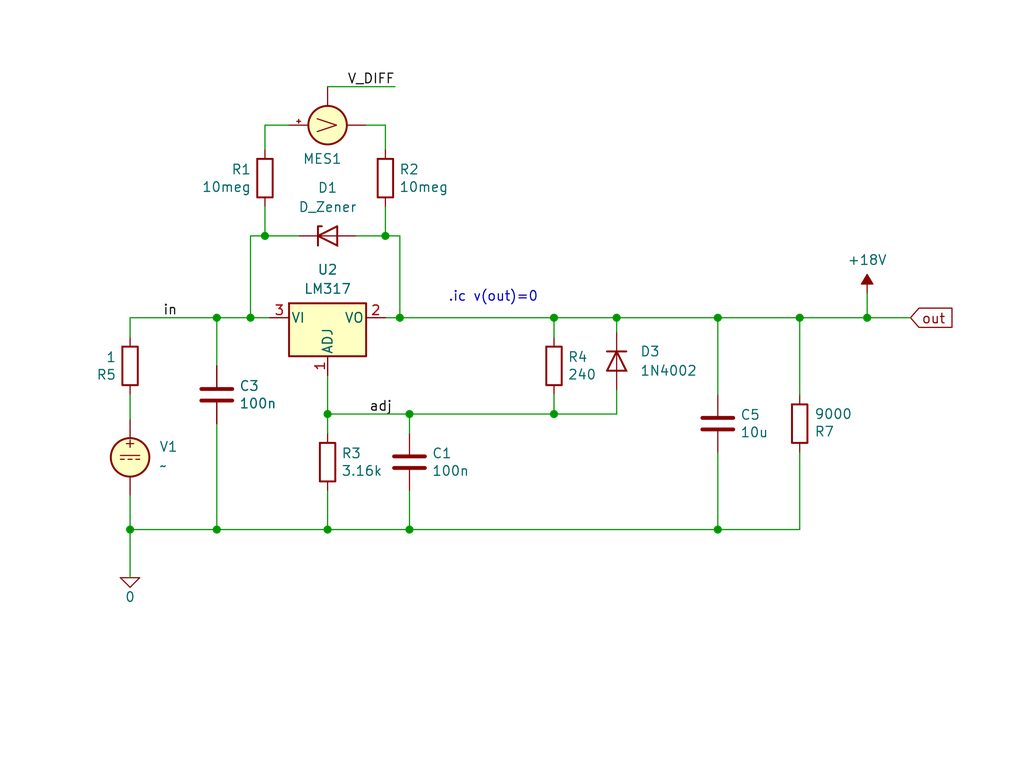
<source format=kicad_sch>
(kicad_sch
	(version 20231120)
	(generator "eeschema")
	(generator_version "8.0")
	(uuid "9d837fe4-82c0-4abe-b33c-d606d00fc729")
	(paper "User" 135 100)
	(title_block
		(title "MEIT - Probe pwr simulation")
		(date "2024-02-19")
		(rev "0.1.0")
		(company "Roman Vaněk")
		(comment 1 "Shematic diagram KiCad 8.0.1")
		(comment 2 "Roman Vaněk")
	)
	(lib_symbols
		(symbol "Device:C"
			(pin_numbers hide)
			(pin_names
				(offset 0.254)
			)
			(exclude_from_sim no)
			(in_bom yes)
			(on_board yes)
			(property "Reference" "C"
				(at 0.635 2.54 0)
				(effects
					(font
						(size 1.27 1.27)
					)
					(justify left)
				)
			)
			(property "Value" "C"
				(at 0.635 -2.54 0)
				(effects
					(font
						(size 1.27 1.27)
					)
					(justify left)
				)
			)
			(property "Footprint" ""
				(at 0.9652 -3.81 0)
				(effects
					(font
						(size 1.27 1.27)
					)
					(hide yes)
				)
			)
			(property "Datasheet" "~"
				(at 0 0 0)
				(effects
					(font
						(size 1.27 1.27)
					)
					(hide yes)
				)
			)
			(property "Description" "Unpolarized capacitor"
				(at 0 0 0)
				(effects
					(font
						(size 1.27 1.27)
					)
					(hide yes)
				)
			)
			(property "ki_keywords" "cap capacitor"
				(at 0 0 0)
				(effects
					(font
						(size 1.27 1.27)
					)
					(hide yes)
				)
			)
			(property "ki_fp_filters" "C_*"
				(at 0 0 0)
				(effects
					(font
						(size 1.27 1.27)
					)
					(hide yes)
				)
			)
			(symbol "C_0_1"
				(polyline
					(pts
						(xy -2.032 -0.762) (xy 2.032 -0.762)
					)
					(stroke
						(width 0.508)
						(type default)
					)
					(fill
						(type none)
					)
				)
				(polyline
					(pts
						(xy -2.032 0.762) (xy 2.032 0.762)
					)
					(stroke
						(width 0.508)
						(type default)
					)
					(fill
						(type none)
					)
				)
			)
			(symbol "C_1_1"
				(pin passive line
					(at 0 3.81 270)
					(length 2.794)
					(name "~"
						(effects
							(font
								(size 1.27 1.27)
							)
						)
					)
					(number "1"
						(effects
							(font
								(size 1.27 1.27)
							)
						)
					)
				)
				(pin passive line
					(at 0 -3.81 90)
					(length 2.794)
					(name "~"
						(effects
							(font
								(size 1.27 1.27)
							)
						)
					)
					(number "2"
						(effects
							(font
								(size 1.27 1.27)
							)
						)
					)
				)
			)
		)
		(symbol "Device:D_Zener"
			(pin_numbers hide)
			(pin_names
				(offset 1.016) hide)
			(exclude_from_sim no)
			(in_bom yes)
			(on_board yes)
			(property "Reference" "D"
				(at 0 2.54 0)
				(effects
					(font
						(size 1.27 1.27)
					)
				)
			)
			(property "Value" "D_Zener"
				(at 0 -2.54 0)
				(effects
					(font
						(size 1.27 1.27)
					)
				)
			)
			(property "Footprint" ""
				(at 0 0 0)
				(effects
					(font
						(size 1.27 1.27)
					)
					(hide yes)
				)
			)
			(property "Datasheet" "~"
				(at 0 0 0)
				(effects
					(font
						(size 1.27 1.27)
					)
					(hide yes)
				)
			)
			(property "Description" "Zener diode"
				(at 0 0 0)
				(effects
					(font
						(size 1.27 1.27)
					)
					(hide yes)
				)
			)
			(property "ki_keywords" "diode"
				(at 0 0 0)
				(effects
					(font
						(size 1.27 1.27)
					)
					(hide yes)
				)
			)
			(property "ki_fp_filters" "TO-???* *_Diode_* *SingleDiode* D_*"
				(at 0 0 0)
				(effects
					(font
						(size 1.27 1.27)
					)
					(hide yes)
				)
			)
			(symbol "D_Zener_0_1"
				(polyline
					(pts
						(xy 1.27 0) (xy -1.27 0)
					)
					(stroke
						(width 0)
						(type default)
					)
					(fill
						(type none)
					)
				)
				(polyline
					(pts
						(xy -1.27 -1.27) (xy -1.27 1.27) (xy -0.762 1.27)
					)
					(stroke
						(width 0.254)
						(type default)
					)
					(fill
						(type none)
					)
				)
				(polyline
					(pts
						(xy 1.27 -1.27) (xy 1.27 1.27) (xy -1.27 0) (xy 1.27 -1.27)
					)
					(stroke
						(width 0.254)
						(type default)
					)
					(fill
						(type none)
					)
				)
			)
			(symbol "D_Zener_1_1"
				(pin passive line
					(at -3.81 0 0)
					(length 2.54)
					(name "K"
						(effects
							(font
								(size 1.27 1.27)
							)
						)
					)
					(number "1"
						(effects
							(font
								(size 1.27 1.27)
							)
						)
					)
				)
				(pin passive line
					(at 3.81 0 180)
					(length 2.54)
					(name "A"
						(effects
							(font
								(size 1.27 1.27)
							)
						)
					)
					(number "2"
						(effects
							(font
								(size 1.27 1.27)
							)
						)
					)
				)
			)
		)
		(symbol "Device:R"
			(pin_numbers hide)
			(pin_names
				(offset 0)
			)
			(exclude_from_sim no)
			(in_bom yes)
			(on_board yes)
			(property "Reference" "R"
				(at 2.032 0 90)
				(effects
					(font
						(size 1.27 1.27)
					)
				)
			)
			(property "Value" "R"
				(at 0 0 90)
				(effects
					(font
						(size 1.27 1.27)
					)
				)
			)
			(property "Footprint" ""
				(at -1.778 0 90)
				(effects
					(font
						(size 1.27 1.27)
					)
					(hide yes)
				)
			)
			(property "Datasheet" "~"
				(at 0 0 0)
				(effects
					(font
						(size 1.27 1.27)
					)
					(hide yes)
				)
			)
			(property "Description" "Resistor"
				(at 0 0 0)
				(effects
					(font
						(size 1.27 1.27)
					)
					(hide yes)
				)
			)
			(property "ki_keywords" "R res resistor"
				(at 0 0 0)
				(effects
					(font
						(size 1.27 1.27)
					)
					(hide yes)
				)
			)
			(property "ki_fp_filters" "R_*"
				(at 0 0 0)
				(effects
					(font
						(size 1.27 1.27)
					)
					(hide yes)
				)
			)
			(symbol "R_0_1"
				(rectangle
					(start -1.016 -2.54)
					(end 1.016 2.54)
					(stroke
						(width 0.254)
						(type default)
					)
					(fill
						(type none)
					)
				)
			)
			(symbol "R_1_1"
				(pin passive line
					(at 0 3.81 270)
					(length 1.27)
					(name "~"
						(effects
							(font
								(size 1.27 1.27)
							)
						)
					)
					(number "1"
						(effects
							(font
								(size 1.27 1.27)
							)
						)
					)
				)
				(pin passive line
					(at 0 -3.81 90)
					(length 1.27)
					(name "~"
						(effects
							(font
								(size 1.27 1.27)
							)
						)
					)
					(number "2"
						(effects
							(font
								(size 1.27 1.27)
							)
						)
					)
				)
			)
		)
		(symbol "Diode:1N4001"
			(pin_numbers hide)
			(pin_names
				(offset 1.016) hide)
			(exclude_from_sim no)
			(in_bom yes)
			(on_board yes)
			(property "Reference" "D"
				(at 0 2.54 0)
				(effects
					(font
						(size 1.27 1.27)
					)
				)
			)
			(property "Value" "1N4001"
				(at 0 -2.54 0)
				(effects
					(font
						(size 1.27 1.27)
					)
				)
			)
			(property "Footprint" "Diode_THT:D_DO-41_SOD81_P10.16mm_Horizontal"
				(at 0 -4.445 0)
				(effects
					(font
						(size 1.27 1.27)
					)
					(hide yes)
				)
			)
			(property "Datasheet" "http://www.vishay.com/docs/88503/1n4001.pdf"
				(at 0 0 0)
				(effects
					(font
						(size 1.27 1.27)
					)
					(hide yes)
				)
			)
			(property "Description" "50V 1A General Purpose Rectifier Diode, DO-41"
				(at 0 0 0)
				(effects
					(font
						(size 1.27 1.27)
					)
					(hide yes)
				)
			)
			(property "ki_keywords" "diode"
				(at 0 0 0)
				(effects
					(font
						(size 1.27 1.27)
					)
					(hide yes)
				)
			)
			(property "ki_fp_filters" "D*DO?41*"
				(at 0 0 0)
				(effects
					(font
						(size 1.27 1.27)
					)
					(hide yes)
				)
			)
			(symbol "1N4001_0_1"
				(polyline
					(pts
						(xy -1.27 1.27) (xy -1.27 -1.27)
					)
					(stroke
						(width 0.254)
						(type default)
					)
					(fill
						(type none)
					)
				)
				(polyline
					(pts
						(xy 1.27 0) (xy -1.27 0)
					)
					(stroke
						(width 0)
						(type default)
					)
					(fill
						(type none)
					)
				)
				(polyline
					(pts
						(xy 1.27 1.27) (xy 1.27 -1.27) (xy -1.27 0) (xy 1.27 1.27)
					)
					(stroke
						(width 0.254)
						(type default)
					)
					(fill
						(type none)
					)
				)
			)
			(symbol "1N4001_1_1"
				(pin passive line
					(at -3.81 0 0)
					(length 2.54)
					(name "K"
						(effects
							(font
								(size 1.27 1.27)
							)
						)
					)
					(number "1"
						(effects
							(font
								(size 1.27 1.27)
							)
						)
					)
				)
				(pin passive line
					(at 3.81 0 180)
					(length 2.54)
					(name "A"
						(effects
							(font
								(size 1.27 1.27)
							)
						)
					)
					(number "2"
						(effects
							(font
								(size 1.27 1.27)
							)
						)
					)
				)
			)
		)
		(symbol "Regulator_Linear:LM317_TO-220"
			(pin_names
				(offset 0.254)
			)
			(exclude_from_sim no)
			(in_bom yes)
			(on_board yes)
			(property "Reference" "U"
				(at -3.81 3.175 0)
				(effects
					(font
						(size 1.27 1.27)
					)
				)
			)
			(property "Value" "LM317_TO-220"
				(at 0 3.175 0)
				(effects
					(font
						(size 1.27 1.27)
					)
					(justify left)
				)
			)
			(property "Footprint" "Package_TO_SOT_THT:TO-220-3_Vertical"
				(at 0 6.35 0)
				(effects
					(font
						(size 1.27 1.27)
						(italic yes)
					)
					(hide yes)
				)
			)
			(property "Datasheet" "http://www.ti.com/lit/ds/symlink/lm317.pdf"
				(at 0 0 0)
				(effects
					(font
						(size 1.27 1.27)
					)
					(hide yes)
				)
			)
			(property "Description" "1.5A 35V Adjustable Linear Regulator, TO-220"
				(at 0 0 0)
				(effects
					(font
						(size 1.27 1.27)
					)
					(hide yes)
				)
			)
			(property "ki_keywords" "Adjustable Voltage Regulator 1A Positive"
				(at 0 0 0)
				(effects
					(font
						(size 1.27 1.27)
					)
					(hide yes)
				)
			)
			(property "ki_fp_filters" "TO?220*"
				(at 0 0 0)
				(effects
					(font
						(size 1.27 1.27)
					)
					(hide yes)
				)
			)
			(symbol "LM317_TO-220_0_1"
				(rectangle
					(start -5.08 1.905)
					(end 5.08 -5.08)
					(stroke
						(width 0.254)
						(type default)
					)
					(fill
						(type background)
					)
				)
			)
			(symbol "LM317_TO-220_1_1"
				(pin input line
					(at 0 -7.62 90)
					(length 2.54)
					(name "ADJ"
						(effects
							(font
								(size 1.27 1.27)
							)
						)
					)
					(number "1"
						(effects
							(font
								(size 1.27 1.27)
							)
						)
					)
				)
				(pin power_out line
					(at 7.62 0 180)
					(length 2.54)
					(name "VO"
						(effects
							(font
								(size 1.27 1.27)
							)
						)
					)
					(number "2"
						(effects
							(font
								(size 1.27 1.27)
							)
						)
					)
				)
				(pin power_in line
					(at -7.62 0 0)
					(length 2.54)
					(name "VI"
						(effects
							(font
								(size 1.27 1.27)
							)
						)
					)
					(number "3"
						(effects
							(font
								(size 1.27 1.27)
							)
						)
					)
				)
			)
		)
		(symbol "Simulation_SPICE:0"
			(power)
			(pin_names
				(offset 0)
			)
			(exclude_from_sim no)
			(in_bom yes)
			(on_board yes)
			(property "Reference" "#GND"
				(at 0 -2.54 0)
				(effects
					(font
						(size 1.27 1.27)
					)
					(hide yes)
				)
			)
			(property "Value" "0"
				(at 0 -1.778 0)
				(effects
					(font
						(size 1.27 1.27)
					)
				)
			)
			(property "Footprint" ""
				(at 0 0 0)
				(effects
					(font
						(size 1.27 1.27)
					)
					(hide yes)
				)
			)
			(property "Datasheet" "~"
				(at 0 0 0)
				(effects
					(font
						(size 1.27 1.27)
					)
					(hide yes)
				)
			)
			(property "Description" "0V reference potential for simulation"
				(at 0 0 0)
				(effects
					(font
						(size 1.27 1.27)
					)
					(hide yes)
				)
			)
			(property "ki_keywords" "simulation"
				(at 0 0 0)
				(effects
					(font
						(size 1.27 1.27)
					)
					(hide yes)
				)
			)
			(symbol "0_0_1"
				(polyline
					(pts
						(xy -1.27 0) (xy 0 -1.27) (xy 1.27 0) (xy -1.27 0)
					)
					(stroke
						(width 0)
						(type default)
					)
					(fill
						(type none)
					)
				)
			)
			(symbol "0_1_1"
				(pin power_in line
					(at 0 0 0)
					(length 0) hide
					(name "0"
						(effects
							(font
								(size 1.016 1.016)
							)
						)
					)
					(number "1"
						(effects
							(font
								(size 1.016 1.016)
							)
						)
					)
				)
			)
		)
		(symbol "Simulation_SPICE:VDC"
			(pin_numbers hide)
			(pin_names
				(offset 0.0254)
			)
			(exclude_from_sim no)
			(in_bom yes)
			(on_board yes)
			(property "Reference" "V"
				(at 2.54 2.54 0)
				(effects
					(font
						(size 1.27 1.27)
					)
					(justify left)
				)
			)
			(property "Value" "1"
				(at 2.54 0 0)
				(effects
					(font
						(size 1.27 1.27)
					)
					(justify left)
				)
			)
			(property "Footprint" ""
				(at 0 0 0)
				(effects
					(font
						(size 1.27 1.27)
					)
					(hide yes)
				)
			)
			(property "Datasheet" "~"
				(at 0 0 0)
				(effects
					(font
						(size 1.27 1.27)
					)
					(hide yes)
				)
			)
			(property "Description" "Voltage source, DC"
				(at 0 0 0)
				(effects
					(font
						(size 1.27 1.27)
					)
					(hide yes)
				)
			)
			(property "Sim.Pins" "1=+ 2=-"
				(at 0 0 0)
				(effects
					(font
						(size 1.27 1.27)
					)
					(hide yes)
				)
			)
			(property "Sim.Type" "DC"
				(at 0 0 0)
				(effects
					(font
						(size 1.27 1.27)
					)
					(hide yes)
				)
			)
			(property "Sim.Device" "V"
				(at 0 0 0)
				(effects
					(font
						(size 1.27 1.27)
					)
					(justify left)
					(hide yes)
				)
			)
			(property "ki_keywords" "simulation"
				(at 0 0 0)
				(effects
					(font
						(size 1.27 1.27)
					)
					(hide yes)
				)
			)
			(symbol "VDC_0_0"
				(polyline
					(pts
						(xy -1.27 0.254) (xy 1.27 0.254)
					)
					(stroke
						(width 0)
						(type default)
					)
					(fill
						(type none)
					)
				)
				(polyline
					(pts
						(xy -0.762 -0.254) (xy -1.27 -0.254)
					)
					(stroke
						(width 0)
						(type default)
					)
					(fill
						(type none)
					)
				)
				(polyline
					(pts
						(xy 0.254 -0.254) (xy -0.254 -0.254)
					)
					(stroke
						(width 0)
						(type default)
					)
					(fill
						(type none)
					)
				)
				(polyline
					(pts
						(xy 1.27 -0.254) (xy 0.762 -0.254)
					)
					(stroke
						(width 0)
						(type default)
					)
					(fill
						(type none)
					)
				)
				(text "+"
					(at 0 1.905 0)
					(effects
						(font
							(size 1.27 1.27)
						)
					)
				)
			)
			(symbol "VDC_0_1"
				(circle
					(center 0 0)
					(radius 2.54)
					(stroke
						(width 0.254)
						(type default)
					)
					(fill
						(type background)
					)
				)
			)
			(symbol "VDC_1_1"
				(pin passive line
					(at 0 5.08 270)
					(length 2.54)
					(name "~"
						(effects
							(font
								(size 1.27 1.27)
							)
						)
					)
					(number "1"
						(effects
							(font
								(size 1.27 1.27)
							)
						)
					)
				)
				(pin passive line
					(at 0 -5.08 90)
					(length 2.54)
					(name "~"
						(effects
							(font
								(size 1.27 1.27)
							)
						)
					)
					(number "2"
						(effects
							(font
								(size 1.27 1.27)
							)
						)
					)
				)
			)
		)
		(symbol "Simulation_SPICE:VOLTMETER_DIFF"
			(pin_numbers hide)
			(pin_names
				(offset 0.0254) hide)
			(exclude_from_sim no)
			(in_bom no)
			(on_board no)
			(property "Reference" "MES?"
				(at -10.16 0 0)
				(effects
					(font
						(size 1.27 1.27)
					)
					(justify left)
				)
			)
			(property "Value" "VOLTMETER_DIFF"
				(at -19.05 -2.54 0)
				(effects
					(font
						(size 1.27 1.27)
					)
					(justify left)
					(hide yes)
				)
			)
			(property "Footprint" ""
				(at 0 2.54 90)
				(effects
					(font
						(size 1.27 1.27)
					)
					(hide yes)
				)
			)
			(property "Datasheet" "https://ngspice.sourceforge.io/docs/ngspice-manual.pdf"
				(at 0 2.54 90)
				(effects
					(font
						(size 1.27 1.27)
					)
					(hide yes)
				)
			)
			(property "Description" "Differential voltmeter for simulation. The sensed differential voltage can be measured on the third terminal as a single-ended voltage"
				(at 0 0 0)
				(effects
					(font
						(size 1.27 1.27)
					)
					(hide yes)
				)
			)
			(property "Sim.Name" "kicad_builtin_vdiff"
				(at 0 0 0)
				(effects
					(font
						(size 1.27 1.27)
					)
					(hide yes)
				)
			)
			(property "Sim.Device" "SUBCKT"
				(at 0 0 0)
				(effects
					(font
						(size 1.27 1.27)
					)
					(hide yes)
				)
			)
			(property "Sim.Pins" "1=1 2=2 3=3"
				(at 0 0 0)
				(effects
					(font
						(size 1.27 1.27)
					)
					(hide yes)
				)
			)
			(property "Sim.Params" ""
				(at 0 0 0)
				(effects
					(font
						(size 1.27 1.27)
					)
					(hide yes)
				)
			)
			(property "Sim.Library" "${KICAD7_SYMBOL_DIR}/Simulation_SPICE.sp"
				(at 0 0 0)
				(effects
					(font
						(size 1.27 1.27)
					)
					(hide yes)
				)
			)
			(property "ki_keywords" "voltmeter differential vdiff"
				(at 0 0 0)
				(effects
					(font
						(size 1.27 1.27)
					)
					(hide yes)
				)
			)
			(symbol "VOLTMETER_DIFF_0_0"
				(text "V"
					(at 0 0 0)
					(effects
						(font
							(size 2.54 2.54)
						)
					)
				)
			)
			(symbol "VOLTMETER_DIFF_0_1"
				(polyline
					(pts
						(xy 0.254 3.81) (xy 0.762 3.81)
					)
					(stroke
						(width 0)
						(type default)
					)
					(fill
						(type none)
					)
				)
				(polyline
					(pts
						(xy 0.508 4.064) (xy 0.508 3.556)
					)
					(stroke
						(width 0)
						(type default)
					)
					(fill
						(type none)
					)
				)
				(circle
					(center 0 0)
					(radius 2.54)
					(stroke
						(width 0.254)
						(type default)
					)
					(fill
						(type background)
					)
				)
			)
			(symbol "VOLTMETER_DIFF_1_1"
				(pin passive line
					(at 0 5.08 270)
					(length 2.54)
					(name "+"
						(effects
							(font
								(size 1.27 1.27)
							)
						)
					)
					(number "1"
						(effects
							(font
								(size 1.27 1.27)
							)
						)
					)
				)
				(pin passive line
					(at 0 -5.08 90)
					(length 2.54)
					(name "-"
						(effects
							(font
								(size 1.27 1.27)
							)
						)
					)
					(number "2"
						(effects
							(font
								(size 1.27 1.27)
							)
						)
					)
				)
				(pin output line
					(at 5.08 0 180)
					(length 2.54)
					(name "out"
						(effects
							(font
								(size 1.27 1.27)
							)
						)
					)
					(number "3"
						(effects
							(font
								(size 1.27 1.27)
							)
						)
					)
				)
			)
		)
		(symbol "USER_PWR:+18V"
			(power)
			(pin_names
				(offset 0)
			)
			(exclude_from_sim no)
			(in_bom yes)
			(on_board yes)
			(property "Reference" "#PWR"
				(at 0 2.54 0)
				(effects
					(font
						(size 1.27 1.27)
					)
					(hide yes)
				)
			)
			(property "Value" "+18V"
				(at 0 3.81 0)
				(effects
					(font
						(size 1.27 1.27)
					)
				)
			)
			(property "Footprint" ""
				(at 0 0 0)
				(effects
					(font
						(size 1.27 1.27)
					)
					(hide yes)
				)
			)
			(property "Datasheet" ""
				(at 0 0 0)
				(effects
					(font
						(size 1.27 1.27)
					)
					(hide yes)
				)
			)
			(property "Description" "Power symbol creates a global label with name \"+18V\""
				(at 0 0 0)
				(effects
					(font
						(size 1.27 1.27)
					)
					(hide yes)
				)
			)
			(property "ki_keywords" "global power"
				(at 0 0 0)
				(effects
					(font
						(size 1.27 1.27)
					)
					(hide yes)
				)
			)
			(symbol "+18V_0_1"
				(polyline
					(pts
						(xy 0 0) (xy 0 1.27) (xy 0.762 1.27) (xy 0 2.54) (xy -0.762 1.27) (xy 0 1.27)
					)
					(stroke
						(width 0)
						(type default)
					)
					(fill
						(type outline)
					)
				)
			)
			(symbol "+18V_1_0"
				(pin power_in line
					(at 0 0 90)
					(length 0) hide
					(name "+18V"
						(effects
							(font
								(size 1.27 1.27)
							)
						)
					)
					(number "1"
						(effects
							(font
								(size 1.27 1.27)
							)
						)
					)
				)
			)
		)
	)
	(junction
		(at 28.575 69.85)
		(diameter 0)
		(color 0 0 0 0)
		(uuid "0c4c1762-5bd0-4613-9ef5-19634aba82ec")
	)
	(junction
		(at 53.975 69.85)
		(diameter 0)
		(color 0 0 0 0)
		(uuid "17dcc56e-e976-4072-8955-bc272fc55510")
	)
	(junction
		(at 114.3 41.91)
		(diameter 0)
		(color 0 0 0 0)
		(uuid "28572dc6-489e-4068-9318-f7c60277e7d1")
	)
	(junction
		(at 53.975 54.61)
		(diameter 0)
		(color 0 0 0 0)
		(uuid "4decd27b-1ed6-4bb1-a49e-1fa449cafab4")
	)
	(junction
		(at 73.025 54.61)
		(diameter 0)
		(color 0 0 0 0)
		(uuid "5ed13cfd-d17e-4693-a2ba-29e9eb14ec66")
	)
	(junction
		(at 105.41 41.91)
		(diameter 0)
		(color 0 0 0 0)
		(uuid "5edda214-2098-482d-8190-d31dc6daac84")
	)
	(junction
		(at 34.925 31.115)
		(diameter 0)
		(color 0 0 0 0)
		(uuid "60b2d38f-9caf-4d5e-b308-79a3f5d279ec")
	)
	(junction
		(at 43.18 54.61)
		(diameter 0)
		(color 0 0 0 0)
		(uuid "6faf0513-4c24-4b88-a948-86917597ff0a")
	)
	(junction
		(at 81.28 41.91)
		(diameter 0)
		(color 0 0 0 0)
		(uuid "99296c8b-5222-4ddc-b4f0-a1075a1f392c")
	)
	(junction
		(at 43.18 69.85)
		(diameter 0)
		(color 0 0 0 0)
		(uuid "9f8de757-7314-4378-b378-d334a1dc5ac7")
	)
	(junction
		(at 33.02 41.91)
		(diameter 0)
		(color 0 0 0 0)
		(uuid "ac94cb7f-90a3-472f-8d41-59a38443d96a")
	)
	(junction
		(at 28.575 41.91)
		(diameter 0)
		(color 0 0 0 0)
		(uuid "c5e3eb60-e911-42d8-a015-0996c821a1b3")
	)
	(junction
		(at 94.615 41.91)
		(diameter 0)
		(color 0 0 0 0)
		(uuid "d59a922b-0b46-427b-8f37-a3672a4f4dc1")
	)
	(junction
		(at 52.705 41.91)
		(diameter 0)
		(color 0 0 0 0)
		(uuid "dbb1059d-7433-4913-b168-b8394329450a")
	)
	(junction
		(at 17.145 69.85)
		(diameter 0)
		(color 0 0 0 0)
		(uuid "e65d01cf-5385-45f6-86f3-f18c8324fbdc")
	)
	(junction
		(at 94.615 69.85)
		(diameter 0)
		(color 0 0 0 0)
		(uuid "e7eb2791-e04d-441c-b52c-287dc35cfb1d")
	)
	(junction
		(at 50.8 31.115)
		(diameter 0)
		(color 0 0 0 0)
		(uuid "f55f0da2-e52a-4363-8c7a-297d13a65b7d")
	)
	(junction
		(at 73.025 41.91)
		(diameter 0)
		(color 0 0 0 0)
		(uuid "f6e9f496-84a7-400b-9d83-6757d184db87")
	)
	(wire
		(pts
			(xy 34.925 31.115) (xy 33.02 31.115)
		)
		(stroke
			(width 0)
			(type default)
		)
		(uuid "01f1b2bf-64a7-4244-92bd-2432cf182071")
	)
	(wire
		(pts
			(xy 17.145 65.405) (xy 17.145 69.85)
		)
		(stroke
			(width 0)
			(type default)
		)
		(uuid "03fe02a2-4d95-4b7e-b344-efd5e83f5dee")
	)
	(wire
		(pts
			(xy 94.615 41.91) (xy 105.41 41.91)
		)
		(stroke
			(width 0)
			(type default)
		)
		(uuid "0c547b21-d11a-4fb7-9101-460dcc248ec2")
	)
	(wire
		(pts
			(xy 50.8 31.115) (xy 52.705 31.115)
		)
		(stroke
			(width 0)
			(type default)
		)
		(uuid "0fb88fd4-462e-4de4-9574-b481ae480c87")
	)
	(wire
		(pts
			(xy 105.41 41.91) (xy 105.41 52.07)
		)
		(stroke
			(width 0)
			(type default)
		)
		(uuid "12d07713-91b2-463e-a0aa-ad4116af202b")
	)
	(wire
		(pts
			(xy 94.615 59.69) (xy 94.615 69.85)
		)
		(stroke
			(width 0)
			(type default)
		)
		(uuid "20e70c38-485a-4d12-9a52-c3a61a08a866")
	)
	(wire
		(pts
			(xy 114.3 41.91) (xy 120.015 41.91)
		)
		(stroke
			(width 0)
			(type default)
		)
		(uuid "215ccd98-0870-4970-bba1-c3dde0afadcd")
	)
	(wire
		(pts
			(xy 43.18 54.61) (xy 53.975 54.61)
		)
		(stroke
			(width 0)
			(type default)
		)
		(uuid "2216a323-5e7f-4e61-b3ec-b097d74ab5fb")
	)
	(wire
		(pts
			(xy 34.925 16.51) (xy 34.925 19.685)
		)
		(stroke
			(width 0)
			(type default)
		)
		(uuid "2699281e-a628-436d-8677-f1dc2905b405")
	)
	(wire
		(pts
			(xy 50.8 41.91) (xy 52.705 41.91)
		)
		(stroke
			(width 0)
			(type default)
		)
		(uuid "27358189-5e92-49c0-8f16-81c93680e473")
	)
	(wire
		(pts
			(xy 81.28 41.91) (xy 94.615 41.91)
		)
		(stroke
			(width 0)
			(type default)
		)
		(uuid "394cf2ce-b348-4325-8484-714d98d36201")
	)
	(wire
		(pts
			(xy 52.705 31.115) (xy 52.705 41.91)
		)
		(stroke
			(width 0)
			(type default)
		)
		(uuid "3c5245f7-9c87-4955-8512-9f0122441cdb")
	)
	(wire
		(pts
			(xy 94.615 41.91) (xy 94.615 52.07)
		)
		(stroke
			(width 0)
			(type default)
		)
		(uuid "3e75822d-c68f-4a9c-9688-97cac093f4b1")
	)
	(wire
		(pts
			(xy 17.145 69.85) (xy 17.145 76.2)
		)
		(stroke
			(width 0)
			(type default)
		)
		(uuid "46d83913-3f9f-4bd6-bd48-b4bc3727360e")
	)
	(wire
		(pts
			(xy 43.18 69.85) (xy 53.975 69.85)
		)
		(stroke
			(width 0)
			(type default)
		)
		(uuid "52d22474-0cdf-496d-b4ea-a01d90af024b")
	)
	(wire
		(pts
			(xy 43.18 49.53) (xy 43.18 54.61)
		)
		(stroke
			(width 0)
			(type default)
		)
		(uuid "5f3ee7aa-bbe6-4b25-bb61-be75d3626c32")
	)
	(wire
		(pts
			(xy 73.025 41.91) (xy 73.025 44.45)
		)
		(stroke
			(width 0)
			(type default)
		)
		(uuid "6320f36c-13c2-4276-87e5-37e4ab1c5094")
	)
	(wire
		(pts
			(xy 33.02 31.115) (xy 33.02 41.91)
		)
		(stroke
			(width 0)
			(type default)
		)
		(uuid "63b5608a-2bb0-4835-a17f-c258e051552e")
	)
	(wire
		(pts
			(xy 43.18 64.77) (xy 43.18 69.85)
		)
		(stroke
			(width 0)
			(type default)
		)
		(uuid "65b0b15a-375a-490d-b735-e8ab042518ac")
	)
	(wire
		(pts
			(xy 81.28 51.435) (xy 81.28 54.61)
		)
		(stroke
			(width 0)
			(type default)
		)
		(uuid "69e505ce-0f6c-4d71-a1d6-98125428c461")
	)
	(wire
		(pts
			(xy 38.1 16.51) (xy 34.925 16.51)
		)
		(stroke
			(width 0)
			(type default)
		)
		(uuid "6c0c1c20-55a1-460a-8b0d-2ed8cdfa9e9a")
	)
	(wire
		(pts
			(xy 53.975 57.15) (xy 53.975 54.61)
		)
		(stroke
			(width 0)
			(type default)
		)
		(uuid "6ea3974f-a949-4a13-94bb-d893bbf5e46d")
	)
	(wire
		(pts
			(xy 105.41 69.85) (xy 94.615 69.85)
		)
		(stroke
			(width 0)
			(type default)
		)
		(uuid "71715b9f-c60d-43ce-bba3-aa6ca8aee65a")
	)
	(wire
		(pts
			(xy 81.28 54.61) (xy 73.025 54.61)
		)
		(stroke
			(width 0)
			(type default)
		)
		(uuid "79781d46-aade-49f9-b0b5-dc3e0107f689")
	)
	(wire
		(pts
			(xy 43.18 11.43) (xy 52.07 11.43)
		)
		(stroke
			(width 0)
			(type default)
		)
		(uuid "79f61bad-bbbf-40fc-be5b-e150c0529529")
	)
	(wire
		(pts
			(xy 114.3 38.735) (xy 114.3 41.91)
		)
		(stroke
			(width 0)
			(type default)
		)
		(uuid "7d0011e5-37f5-44be-8045-85f3e22433aa")
	)
	(wire
		(pts
			(xy 73.025 54.61) (xy 73.025 52.07)
		)
		(stroke
			(width 0)
			(type default)
		)
		(uuid "7dbff49e-6976-4e75-a491-f27f8d4290a9")
	)
	(wire
		(pts
			(xy 50.8 27.305) (xy 50.8 31.115)
		)
		(stroke
			(width 0)
			(type default)
		)
		(uuid "7fc038c2-5751-4c45-bede-fec341d83a80")
	)
	(wire
		(pts
			(xy 73.025 41.91) (xy 81.28 41.91)
		)
		(stroke
			(width 0)
			(type default)
		)
		(uuid "8a750960-9b82-496a-89b1-6c171440470d")
	)
	(wire
		(pts
			(xy 94.615 69.85) (xy 53.975 69.85)
		)
		(stroke
			(width 0)
			(type default)
		)
		(uuid "8f08b88f-3927-42fb-bc3e-1b82f48f2eb7")
	)
	(wire
		(pts
			(xy 17.145 52.07) (xy 17.145 55.245)
		)
		(stroke
			(width 0)
			(type default)
		)
		(uuid "9d3c68f1-ba7e-48db-a910-13708dc40ee7")
	)
	(wire
		(pts
			(xy 105.41 41.91) (xy 114.3 41.91)
		)
		(stroke
			(width 0)
			(type default)
		)
		(uuid "a21c9fc1-e466-410c-8fe4-56a15c22c7ea")
	)
	(wire
		(pts
			(xy 28.575 55.88) (xy 28.575 69.85)
		)
		(stroke
			(width 0)
			(type default)
		)
		(uuid "a69bb987-47a0-4ced-9811-2abbffac7d47")
	)
	(wire
		(pts
			(xy 17.145 41.91) (xy 17.145 44.45)
		)
		(stroke
			(width 0)
			(type default)
		)
		(uuid "a6e43bd4-22fb-4737-bd19-717215263e7c")
	)
	(wire
		(pts
			(xy 50.8 16.51) (xy 50.8 19.685)
		)
		(stroke
			(width 0)
			(type default)
		)
		(uuid "b5270ce8-f9e3-4585-be1e-aca7f5308d15")
	)
	(wire
		(pts
			(xy 46.99 31.115) (xy 50.8 31.115)
		)
		(stroke
			(width 0)
			(type default)
		)
		(uuid "b6f1f5ca-93f4-42d1-b62f-9b3ee2fb873a")
	)
	(wire
		(pts
			(xy 28.575 48.26) (xy 28.575 41.91)
		)
		(stroke
			(width 0)
			(type default)
		)
		(uuid "bba5f943-f74f-44d1-9142-50807c177aa2")
	)
	(wire
		(pts
			(xy 53.975 54.61) (xy 73.025 54.61)
		)
		(stroke
			(width 0)
			(type default)
		)
		(uuid "bfac0dc0-5b64-4405-98c0-bd8dffbbe545")
	)
	(wire
		(pts
			(xy 43.18 54.61) (xy 43.18 57.15)
		)
		(stroke
			(width 0)
			(type default)
		)
		(uuid "c12a6e9a-687d-43db-83e6-5152c464c5b3")
	)
	(wire
		(pts
			(xy 81.28 41.91) (xy 81.28 43.815)
		)
		(stroke
			(width 0)
			(type default)
		)
		(uuid "cc0fd3a2-ce2d-4451-941e-1abf221b73ab")
	)
	(wire
		(pts
			(xy 17.145 69.85) (xy 28.575 69.85)
		)
		(stroke
			(width 0)
			(type default)
		)
		(uuid "d612992c-3ef5-4839-bc4f-38dfe8d8be48")
	)
	(wire
		(pts
			(xy 33.02 41.91) (xy 35.56 41.91)
		)
		(stroke
			(width 0)
			(type default)
		)
		(uuid "d727b9db-1a6b-4563-b006-c1f8c7f5b9bc")
	)
	(wire
		(pts
			(xy 34.925 27.305) (xy 34.925 31.115)
		)
		(stroke
			(width 0)
			(type default)
		)
		(uuid "dd71b69f-5e92-4288-a654-3a98d84fa7c3")
	)
	(wire
		(pts
			(xy 53.975 64.77) (xy 53.975 69.85)
		)
		(stroke
			(width 0)
			(type default)
		)
		(uuid "ddc55f72-b23b-48a8-a777-80adbf13f7b9")
	)
	(wire
		(pts
			(xy 52.705 41.91) (xy 73.025 41.91)
		)
		(stroke
			(width 0)
			(type default)
		)
		(uuid "eb5ffda8-f4c9-42b2-a50c-ff0ac212f474")
	)
	(wire
		(pts
			(xy 43.18 69.85) (xy 28.575 69.85)
		)
		(stroke
			(width 0)
			(type default)
		)
		(uuid "ecf95e9b-4211-44ad-9ad3-5d362678caba")
	)
	(wire
		(pts
			(xy 105.41 59.69) (xy 105.41 69.85)
		)
		(stroke
			(width 0)
			(type default)
		)
		(uuid "ee93fe99-6b9d-48b5-b53c-d05612801eaa")
	)
	(wire
		(pts
			(xy 39.37 31.115) (xy 34.925 31.115)
		)
		(stroke
			(width 0)
			(type default)
		)
		(uuid "f24c2cc1-f80b-42ff-9294-80474d3ed164")
	)
	(wire
		(pts
			(xy 50.8 16.51) (xy 48.26 16.51)
		)
		(stroke
			(width 0)
			(type default)
		)
		(uuid "f55d8ce3-b0f0-4061-83f7-1865cbf83d12")
	)
	(wire
		(pts
			(xy 28.575 41.91) (xy 33.02 41.91)
		)
		(stroke
			(width 0)
			(type default)
		)
		(uuid "f6222c5a-4c4e-4b12-8ea3-bce2990bba20")
	)
	(wire
		(pts
			(xy 17.145 41.91) (xy 28.575 41.91)
		)
		(stroke
			(width 0)
			(type default)
		)
		(uuid "f66134d3-8844-4432-8914-2a4d25922d80")
	)
	(text ".ic v(out)=0\n"
		(exclude_from_sim no)
		(at 59.055 40.005 0)
		(effects
			(font
				(size 1.27 1.27)
			)
			(justify left bottom)
		)
		(uuid "f090b60f-ac6b-4157-a76b-6dec28d9e695")
	)
	(label "adj"
		(at 48.641 54.61 0)
		(fields_autoplaced yes)
		(effects
			(font
				(size 1.27 1.27)
			)
			(justify left bottom)
		)
		(uuid "042a56b2-e741-4435-9de8-a618015ccf30")
	)
	(label "in"
		(at 21.463 41.91 0)
		(fields_autoplaced yes)
		(effects
			(font
				(size 1.27 1.27)
			)
			(justify left bottom)
		)
		(uuid "45264f55-62e8-49cd-92ff-3498508a5b6a")
	)
	(label "V_DIFF"
		(at 52.07 11.43 180)
		(fields_autoplaced yes)
		(effects
			(font
				(size 1.27 1.27)
			)
			(justify right bottom)
		)
		(uuid "5da4c18a-c617-4963-9f4a-6d33fb6d9f76")
	)
	(global_label "out"
		(shape input)
		(at 120.015 41.91 0)
		(fields_autoplaced yes)
		(effects
			(font
				(size 1.27 1.27)
			)
			(justify left)
		)
		(uuid "0ce5abc0-b2bb-4f35-b613-04f9d3beb85b")
		(property "Intersheetrefs" "${INTERSHEET_REFS}"
			(at 126.0239 41.91 0)
			(effects
				(font
					(size 1.27 1.27)
				)
				(justify left)
				(hide yes)
			)
		)
	)
	(symbol
		(lib_id "Device:R")
		(at 50.8 23.495 0)
		(mirror x)
		(unit 1)
		(exclude_from_sim no)
		(in_bom yes)
		(on_board yes)
		(dnp no)
		(uuid "18dfd8cd-6439-492b-8dd7-f1f36930313e")
		(property "Reference" "R4"
			(at 52.578 22.352 0)
			(effects
				(font
					(size 1.27 1.27)
				)
				(justify left)
			)
		)
		(property "Value" "10meg"
			(at 52.578 24.6634 0)
			(effects
				(font
					(size 1.27 1.27)
				)
				(justify left)
			)
		)
		(property "Footprint" ""
			(at 49.022 23.495 90)
			(effects
				(font
					(size 1.27 1.27)
				)
				(hide yes)
			)
		)
		(property "Datasheet" "~"
			(at 50.8 23.495 0)
			(effects
				(font
					(size 1.27 1.27)
				)
				(hide yes)
			)
		)
		(property "Description" ""
			(at 50.8 23.495 0)
			(effects
				(font
					(size 1.27 1.27)
				)
				(hide yes)
			)
		)
		(pin "1"
			(uuid "a646ee4f-1a2a-4430-ba72-3734613a1e15")
		)
		(pin "2"
			(uuid "22f840c9-04a7-45b6-bf7d-7d367367c93e")
		)
		(instances
			(project "power_supply"
				(path "/32667662-ae86-4904-b198-3e95f11851bf"
					(reference "R4")
					(unit 1)
				)
			)
			(project "MEIT_probe_pwrsim"
				(path "/9d837fe4-82c0-4abe-b33c-d606d00fc729"
					(reference "R2")
					(unit 1)
				)
			)
		)
	)
	(symbol
		(lib_id "USER_PWR:+18V")
		(at 114.3 38.735 0)
		(unit 1)
		(exclude_from_sim no)
		(in_bom yes)
		(on_board yes)
		(dnp no)
		(fields_autoplaced yes)
		(uuid "3804521a-d745-4def-b574-5ec3c012b414")
		(property "Reference" "#PWR01"
			(at 114.3 36.195 0)
			(effects
				(font
					(size 1.27 1.27)
				)
				(hide yes)
			)
		)
		(property "Value" "+18V"
			(at 114.3 34.29 0)
			(effects
				(font
					(size 1.27 1.27)
				)
			)
		)
		(property "Footprint" ""
			(at 114.3 38.735 0)
			(effects
				(font
					(size 1.27 1.27)
				)
				(hide yes)
			)
		)
		(property "Datasheet" ""
			(at 114.3 38.735 0)
			(effects
				(font
					(size 1.27 1.27)
				)
				(hide yes)
			)
		)
		(property "Description" ""
			(at 114.3 38.735 0)
			(effects
				(font
					(size 1.27 1.27)
				)
				(hide yes)
			)
		)
		(pin "1"
			(uuid "a31f95d9-2e0c-4d44-99ef-0b8d66b4b73b")
		)
		(instances
			(project "MEIT_probe_pwrsim"
				(path "/9d837fe4-82c0-4abe-b33c-d606d00fc729"
					(reference "#PWR01")
					(unit 1)
				)
			)
		)
	)
	(symbol
		(lib_id "Device:C")
		(at 53.975 60.96 0)
		(unit 1)
		(exclude_from_sim no)
		(in_bom yes)
		(on_board yes)
		(dnp no)
		(uuid "381c0ff7-928c-4a76-bf77-0aadd986f4e9")
		(property "Reference" "C1"
			(at 56.896 59.7916 0)
			(effects
				(font
					(size 1.27 1.27)
				)
				(justify left)
			)
		)
		(property "Value" "100n"
			(at 56.896 62.103 0)
			(effects
				(font
					(size 1.27 1.27)
				)
				(justify left)
			)
		)
		(property "Footprint" ""
			(at 54.9402 64.77 0)
			(effects
				(font
					(size 1.27 1.27)
				)
				(hide yes)
			)
		)
		(property "Datasheet" "~"
			(at 53.975 60.96 0)
			(effects
				(font
					(size 1.27 1.27)
				)
				(hide yes)
			)
		)
		(property "Description" ""
			(at 53.975 60.96 0)
			(effects
				(font
					(size 1.27 1.27)
				)
				(hide yes)
			)
		)
		(pin "1"
			(uuid "2967fcb1-14d9-45dd-a3bf-21d53c962002")
		)
		(pin "2"
			(uuid "e848c677-9cd5-4c98-9c73-445a9eb84734")
		)
		(instances
			(project "power_supply"
				(path "/32667662-ae86-4904-b198-3e95f11851bf"
					(reference "C1")
					(unit 1)
				)
			)
			(project "MEIT_probe_pwrsim"
				(path "/9d837fe4-82c0-4abe-b33c-d606d00fc729"
					(reference "C1")
					(unit 1)
				)
			)
		)
	)
	(symbol
		(lib_id "Device:C")
		(at 94.615 55.88 0)
		(unit 1)
		(exclude_from_sim no)
		(in_bom yes)
		(on_board yes)
		(dnp no)
		(uuid "430f8897-7493-4282-8347-f749dde1f594")
		(property "Reference" "C3"
			(at 97.536 54.7116 0)
			(effects
				(font
					(size 1.27 1.27)
				)
				(justify left)
			)
		)
		(property "Value" "10u"
			(at 97.536 57.023 0)
			(effects
				(font
					(size 1.27 1.27)
				)
				(justify left)
			)
		)
		(property "Footprint" ""
			(at 95.5802 59.69 0)
			(effects
				(font
					(size 1.27 1.27)
				)
				(hide yes)
			)
		)
		(property "Datasheet" "~"
			(at 94.615 55.88 0)
			(effects
				(font
					(size 1.27 1.27)
				)
				(hide yes)
			)
		)
		(property "Description" ""
			(at 94.615 55.88 0)
			(effects
				(font
					(size 1.27 1.27)
				)
				(hide yes)
			)
		)
		(pin "1"
			(uuid "c613d54c-5776-48fa-b65f-cfbe5b515f42")
		)
		(pin "2"
			(uuid "543656e0-bf21-4d9c-a9b1-50e66b96786b")
		)
		(instances
			(project "power_supply"
				(path "/32667662-ae86-4904-b198-3e95f11851bf"
					(reference "C3")
					(unit 1)
				)
			)
			(project "MEIT_probe_pwrsim"
				(path "/9d837fe4-82c0-4abe-b33c-d606d00fc729"
					(reference "C5")
					(unit 1)
				)
			)
		)
	)
	(symbol
		(lib_id "Device:R")
		(at 34.925 23.495 180)
		(unit 1)
		(exclude_from_sim no)
		(in_bom yes)
		(on_board yes)
		(dnp no)
		(uuid "443088f2-4c13-44d9-84b7-ee83ab5bf462")
		(property "Reference" "R4"
			(at 33.147 22.352 0)
			(effects
				(font
					(size 1.27 1.27)
				)
				(justify left)
			)
		)
		(property "Value" "10meg"
			(at 33.147 24.6634 0)
			(effects
				(font
					(size 1.27 1.27)
				)
				(justify left)
			)
		)
		(property "Footprint" ""
			(at 36.703 23.495 90)
			(effects
				(font
					(size 1.27 1.27)
				)
				(hide yes)
			)
		)
		(property "Datasheet" "~"
			(at 34.925 23.495 0)
			(effects
				(font
					(size 1.27 1.27)
				)
				(hide yes)
			)
		)
		(property "Description" ""
			(at 34.925 23.495 0)
			(effects
				(font
					(size 1.27 1.27)
				)
				(hide yes)
			)
		)
		(pin "1"
			(uuid "aa96ff0f-dc21-4390-aebd-2a75daa30e01")
		)
		(pin "2"
			(uuid "befed5f6-906d-4f70-85dc-b27047552de5")
		)
		(instances
			(project "power_supply"
				(path "/32667662-ae86-4904-b198-3e95f11851bf"
					(reference "R4")
					(unit 1)
				)
			)
			(project "MEIT_probe_pwrsim"
				(path "/9d837fe4-82c0-4abe-b33c-d606d00fc729"
					(reference "R1")
					(unit 1)
				)
			)
		)
	)
	(symbol
		(lib_id "Simulation_SPICE:VDC")
		(at 17.145 60.325 0)
		(unit 1)
		(exclude_from_sim no)
		(in_bom yes)
		(on_board yes)
		(dnp no)
		(fields_autoplaced yes)
		(uuid "4be312c2-20b7-45f1-8d4b-49e2158a7368")
		(property "Reference" "V1"
			(at 20.955 58.9252 0)
			(effects
				(font
					(size 1.27 1.27)
				)
				(justify left)
			)
		)
		(property "Value" "~"
			(at 20.955 61.4652 0)
			(effects
				(font
					(size 1.27 1.27)
				)
				(justify left)
			)
		)
		(property "Footprint" ""
			(at 17.145 60.325 0)
			(effects
				(font
					(size 1.27 1.27)
				)
				(hide yes)
			)
		)
		(property "Datasheet" "~"
			(at 17.145 60.325 0)
			(effects
				(font
					(size 1.27 1.27)
				)
				(hide yes)
			)
		)
		(property "Description" ""
			(at 17.145 60.325 0)
			(effects
				(font
					(size 1.27 1.27)
				)
				(hide yes)
			)
		)
		(property "Sim.Pins" "1=+ 2=-"
			(at 17.145 60.325 0)
			(effects
				(font
					(size 1.27 1.27)
				)
				(hide yes)
			)
		)
		(property "Sim.Type" "PULSE"
			(at 17.145 60.325 0)
			(effects
				(font
					(size 1.27 1.27)
				)
				(hide yes)
			)
		)
		(property "Sim.Device" "V"
			(at 17.145 60.325 0)
			(effects
				(font
					(size 1.27 1.27)
				)
				(justify left)
				(hide yes)
			)
		)
		(property "Sim.Params" "y1=0 y2=48 td=20u tr=20u tf=20u tw=0.5 per=10 np=10 ac=1m ph=0"
			(at 17.145 60.325 0)
			(effects
				(font
					(size 1.27 1.27)
				)
				(hide yes)
			)
		)
		(pin "1"
			(uuid "49ed767b-5012-429f-ae99-ae66a7fabf50")
		)
		(pin "2"
			(uuid "86f696b0-f968-4211-b17a-ff0e5194d1fc")
		)
		(instances
			(project "MEIT_probe_pwrsim"
				(path "/9d837fe4-82c0-4abe-b33c-d606d00fc729"
					(reference "V1")
					(unit 1)
				)
			)
		)
	)
	(symbol
		(lib_id "Simulation_SPICE:VOLTMETER_DIFF")
		(at 43.18 16.51 90)
		(unit 1)
		(exclude_from_sim no)
		(in_bom no)
		(on_board no)
		(dnp no)
		(fields_autoplaced yes)
		(uuid "642188b3-139c-4412-9a65-4d5582ec0c92")
		(property "Reference" "MES1"
			(at 42.4815 20.955 90)
			(effects
				(font
					(size 1.27 1.27)
				)
			)
		)
		(property "Value" "VOLTMETER_DIFF"
			(at 45.72 35.56 0)
			(effects
				(font
					(size 1.27 1.27)
				)
				(justify left)
				(hide yes)
			)
		)
		(property "Footprint" ""
			(at 40.64 16.51 90)
			(effects
				(font
					(size 1.27 1.27)
				)
				(hide yes)
			)
		)
		(property "Datasheet" "https://ngspice.sourceforge.io/docs/ngspice-manual.pdf"
			(at 40.64 16.51 90)
			(effects
				(font
					(size 1.27 1.27)
				)
				(hide yes)
			)
		)
		(property "Description" ""
			(at 43.18 16.51 0)
			(effects
				(font
					(size 1.27 1.27)
				)
				(hide yes)
			)
		)
		(property "Sim.Name" "kicad_builtin_vdiff"
			(at 43.18 16.51 0)
			(effects
				(font
					(size 1.27 1.27)
				)
				(hide yes)
			)
		)
		(property "Sim.Device" "SUBCKT"
			(at 43.18 16.51 0)
			(effects
				(font
					(size 1.27 1.27)
				)
				(hide yes)
			)
		)
		(property "Sim.Pins" "1=1 2=2 3=3"
			(at 43.18 16.51 0)
			(effects
				(font
					(size 1.27 1.27)
				)
				(hide yes)
			)
		)
		(property "Sim.Params" ""
			(at 43.18 16.51 0)
			(effects
				(font
					(size 1.27 1.27)
				)
				(hide yes)
			)
		)
		(property "Sim.Library" "${KICAD7_SYMBOL_DIR}/Simulation_SPICE.sp"
			(at 43.18 16.51 0)
			(effects
				(font
					(size 1.27 1.27)
				)
				(hide yes)
			)
		)
		(pin "1"
			(uuid "3cc61295-89e5-41cf-b869-79af00a213bb")
		)
		(pin "2"
			(uuid "9bef94e4-211b-43b3-9025-67a709ec1072")
		)
		(pin "3"
			(uuid "b554d8e6-6b3f-48a6-8d0d-d011385cb29c")
		)
		(instances
			(project "MEIT_probe_pwrsim"
				(path "/9d837fe4-82c0-4abe-b33c-d606d00fc729"
					(reference "MES1")
					(unit 1)
				)
			)
		)
	)
	(symbol
		(lib_id "Regulator_Linear:LM317_TO-220")
		(at 43.18 41.91 0)
		(unit 1)
		(exclude_from_sim no)
		(in_bom yes)
		(on_board yes)
		(dnp no)
		(fields_autoplaced yes)
		(uuid "71ce6bde-2d96-4091-ab81-e171ca7303c5")
		(property "Reference" "U1"
			(at 43.18 35.56 0)
			(effects
				(font
					(size 1.27 1.27)
				)
			)
		)
		(property "Value" "LM317"
			(at 43.18 38.1 0)
			(effects
				(font
					(size 1.27 1.27)
				)
			)
		)
		(property "Footprint" "Package_TO_SOT_THT:TO-220-3_Vertical"
			(at 43.18 35.56 0)
			(effects
				(font
					(size 1.27 1.27)
					(italic yes)
				)
				(hide yes)
			)
		)
		(property "Datasheet" "http://www.ti.com/lit/ds/symlink/lm317.pdf"
			(at 43.18 41.91 0)
			(effects
				(font
					(size 1.27 1.27)
				)
				(hide yes)
			)
		)
		(property "Description" ""
			(at 43.18 41.91 0)
			(effects
				(font
					(size 1.27 1.27)
				)
				(hide yes)
			)
		)
		(property "Sim.Library" "LM317.lib"
			(at 43.18 41.91 0)
			(effects
				(font
					(size 1.27 1.27)
				)
				(hide yes)
			)
		)
		(property "Sim.Name" "LM317"
			(at 43.18 41.91 0)
			(effects
				(font
					(size 1.27 1.27)
				)
				(hide yes)
			)
		)
		(property "Sim.Pins" "3=1 1=2 2=3"
			(at 43.18 41.91 0)
			(effects
				(font
					(size 1.27 1.27)
				)
				(hide yes)
			)
		)
		(pin "1"
			(uuid "57ccd6ee-94bc-4ba7-ae17-39e30e61668c")
		)
		(pin "2"
			(uuid "0282afb9-310a-4c97-8b05-15a540f20afa")
		)
		(pin "3"
			(uuid "50a491c6-3745-4a68-be9a-14386dd03673")
		)
		(instances
			(project "power_supply"
				(path "/32667662-ae86-4904-b198-3e95f11851bf"
					(reference "U1")
					(unit 1)
				)
			)
			(project "MEIT_probe_pwrsim"
				(path "/9d837fe4-82c0-4abe-b33c-d606d00fc729"
					(reference "U2")
					(unit 1)
				)
			)
		)
	)
	(symbol
		(lib_id "Device:R")
		(at 105.41 55.88 180)
		(unit 1)
		(exclude_from_sim no)
		(in_bom yes)
		(on_board yes)
		(dnp no)
		(uuid "886f07d5-e88c-4e51-92e1-3a5cfccf4883")
		(property "Reference" "R4"
			(at 107.315 56.9214 0)
			(effects
				(font
					(size 1.27 1.27)
				)
				(justify right)
			)
		)
		(property "Value" "9000"
			(at 107.315 54.61 0)
			(effects
				(font
					(size 1.27 1.27)
				)
				(justify right)
			)
		)
		(property "Footprint" ""
			(at 107.188 55.88 90)
			(effects
				(font
					(size 1.27 1.27)
				)
				(hide yes)
			)
		)
		(property "Datasheet" "~"
			(at 105.41 55.88 0)
			(effects
				(font
					(size 1.27 1.27)
				)
				(hide yes)
			)
		)
		(property "Description" ""
			(at 105.41 55.88 0)
			(effects
				(font
					(size 1.27 1.27)
				)
				(hide yes)
			)
		)
		(pin "1"
			(uuid "64b8e4cc-6463-4135-baf9-f8634bd41192")
		)
		(pin "2"
			(uuid "11486b21-2a78-433a-9a52-be1b25f6f427")
		)
		(instances
			(project "power_supply"
				(path "/32667662-ae86-4904-b198-3e95f11851bf"
					(reference "R4")
					(unit 1)
				)
			)
			(project "MEIT_probe_pwrsim"
				(path "/9d837fe4-82c0-4abe-b33c-d606d00fc729"
					(reference "R7")
					(unit 1)
				)
			)
		)
	)
	(symbol
		(lib_id "Device:C")
		(at 28.575 52.07 0)
		(unit 1)
		(exclude_from_sim no)
		(in_bom yes)
		(on_board yes)
		(dnp no)
		(uuid "90e8d736-8963-41f9-9c2e-dfe49c99a57d")
		(property "Reference" "C1"
			(at 31.496 50.9016 0)
			(effects
				(font
					(size 1.27 1.27)
				)
				(justify left)
			)
		)
		(property "Value" "100n"
			(at 31.496 53.213 0)
			(effects
				(font
					(size 1.27 1.27)
				)
				(justify left)
			)
		)
		(property "Footprint" ""
			(at 29.5402 55.88 0)
			(effects
				(font
					(size 1.27 1.27)
				)
				(hide yes)
			)
		)
		(property "Datasheet" "~"
			(at 28.575 52.07 0)
			(effects
				(font
					(size 1.27 1.27)
				)
				(hide yes)
			)
		)
		(property "Description" ""
			(at 28.575 52.07 0)
			(effects
				(font
					(size 1.27 1.27)
				)
				(hide yes)
			)
		)
		(pin "1"
			(uuid "c2326018-0540-4ed6-8059-b95ebe74ed87")
		)
		(pin "2"
			(uuid "451440b0-1b79-457f-ad4a-9cd8245c8f44")
		)
		(instances
			(project "power_supply"
				(path "/32667662-ae86-4904-b198-3e95f11851bf"
					(reference "C1")
					(unit 1)
				)
			)
			(project "MEIT_probe_pwrsim"
				(path "/9d837fe4-82c0-4abe-b33c-d606d00fc729"
					(reference "C3")
					(unit 1)
				)
			)
		)
	)
	(symbol
		(lib_id "Device:D_Zener")
		(at 43.18 31.115 0)
		(unit 1)
		(exclude_from_sim no)
		(in_bom yes)
		(on_board yes)
		(dnp no)
		(fields_autoplaced yes)
		(uuid "93b180da-b771-43eb-bbef-719d1478a9d5")
		(property "Reference" "D1"
			(at 43.18 24.765 0)
			(effects
				(font
					(size 1.27 1.27)
				)
			)
		)
		(property "Value" "D_Zener"
			(at 43.18 27.305 0)
			(effects
				(font
					(size 1.27 1.27)
				)
			)
		)
		(property "Footprint" ""
			(at 43.18 31.115 0)
			(effects
				(font
					(size 1.27 1.27)
				)
				(hide yes)
			)
		)
		(property "Datasheet" "~"
			(at 43.18 31.115 0)
			(effects
				(font
					(size 1.27 1.27)
				)
				(hide yes)
			)
		)
		(property "Description" ""
			(at 43.18 31.115 0)
			(effects
				(font
					(size 1.27 1.27)
				)
				(hide yes)
			)
		)
		(property "Sim.Library" "D_Zener.lib"
			(at 43.18 31.115 0)
			(effects
				(font
					(size 1.27 1.27)
				)
				(hide yes)
			)
		)
		(property "Sim.Name" "D_Zener"
			(at 43.18 31.115 0)
			(effects
				(font
					(size 1.27 1.27)
				)
				(hide yes)
			)
		)
		(property "Sim.Device" "D"
			(at 43.18 31.115 0)
			(effects
				(font
					(size 1.27 1.27)
				)
				(hide yes)
			)
		)
		(property "Sim.Pins" "1=K 2=A"
			(at 43.18 31.115 0)
			(effects
				(font
					(size 1.27 1.27)
				)
				(hide yes)
			)
		)
		(pin "1"
			(uuid "c00ad71a-40e4-4ff4-9832-cf4cbe4936a9")
		)
		(pin "2"
			(uuid "1c641e8f-19d9-4ee4-ae81-48b91ebf3171")
		)
		(instances
			(project "MEIT_probe_pwrsim"
				(path "/9d837fe4-82c0-4abe-b33c-d606d00fc729"
					(reference "D1")
					(unit 1)
				)
			)
		)
	)
	(symbol
		(lib_id "Device:R")
		(at 17.145 48.26 180)
		(unit 1)
		(exclude_from_sim no)
		(in_bom yes)
		(on_board yes)
		(dnp no)
		(uuid "9bac5977-acb5-4499-8abc-e8b667eea430")
		(property "Reference" "R4"
			(at 15.367 49.4284 0)
			(effects
				(font
					(size 1.27 1.27)
				)
				(justify left)
			)
		)
		(property "Value" "1"
			(at 15.367 47.117 0)
			(effects
				(font
					(size 1.27 1.27)
				)
				(justify left)
			)
		)
		(property "Footprint" ""
			(at 18.923 48.26 90)
			(effects
				(font
					(size 1.27 1.27)
				)
				(hide yes)
			)
		)
		(property "Datasheet" "~"
			(at 17.145 48.26 0)
			(effects
				(font
					(size 1.27 1.27)
				)
				(hide yes)
			)
		)
		(property "Description" ""
			(at 17.145 48.26 0)
			(effects
				(font
					(size 1.27 1.27)
				)
				(hide yes)
			)
		)
		(pin "1"
			(uuid "961045a7-7c56-437e-8d59-ffd27a5e2c52")
		)
		(pin "2"
			(uuid "46956374-90ba-49a5-89d5-eeaecc50951e")
		)
		(instances
			(project "power_supply"
				(path "/32667662-ae86-4904-b198-3e95f11851bf"
					(reference "R4")
					(unit 1)
				)
			)
			(project "MEIT_probe_pwrsim"
				(path "/9d837fe4-82c0-4abe-b33c-d606d00fc729"
					(reference "R5")
					(unit 1)
				)
			)
		)
	)
	(symbol
		(lib_id "Device:R")
		(at 73.025 48.26 0)
		(unit 1)
		(exclude_from_sim no)
		(in_bom yes)
		(on_board yes)
		(dnp no)
		(uuid "9fb0d9a0-9ab6-4bc7-9335-83744e89ab4c")
		(property "Reference" "R4"
			(at 74.803 47.0916 0)
			(effects
				(font
					(size 1.27 1.27)
				)
				(justify left)
			)
		)
		(property "Value" "240"
			(at 74.803 49.403 0)
			(effects
				(font
					(size 1.27 1.27)
				)
				(justify left)
			)
		)
		(property "Footprint" ""
			(at 71.247 48.26 90)
			(effects
				(font
					(size 1.27 1.27)
				)
				(hide yes)
			)
		)
		(property "Datasheet" "~"
			(at 73.025 48.26 0)
			(effects
				(font
					(size 1.27 1.27)
				)
				(hide yes)
			)
		)
		(property "Description" ""
			(at 73.025 48.26 0)
			(effects
				(font
					(size 1.27 1.27)
				)
				(hide yes)
			)
		)
		(pin "1"
			(uuid "490aeb69-7d9a-4c3b-a278-d02642396ec3")
		)
		(pin "2"
			(uuid "cf2dcfd3-8498-4545-9c65-50c3cc3c4e0b")
		)
		(instances
			(project "power_supply"
				(path "/32667662-ae86-4904-b198-3e95f11851bf"
					(reference "R4")
					(unit 1)
				)
			)
			(project "MEIT_probe_pwrsim"
				(path "/9d837fe4-82c0-4abe-b33c-d606d00fc729"
					(reference "R4")
					(unit 1)
				)
			)
		)
	)
	(symbol
		(lib_id "Diode:1N4001")
		(at 81.28 47.625 270)
		(unit 1)
		(exclude_from_sim no)
		(in_bom yes)
		(on_board yes)
		(dnp no)
		(fields_autoplaced yes)
		(uuid "bdcebcba-a9e4-4840-9171-6ee3cd0487c3")
		(property "Reference" "D3"
			(at 84.328 46.3549 90)
			(effects
				(font
					(size 1.27 1.27)
				)
				(justify left)
			)
		)
		(property "Value" "1N4002"
			(at 84.328 48.8949 90)
			(effects
				(font
					(size 1.27 1.27)
				)
				(justify left)
			)
		)
		(property "Footprint" "Diode_THT:D_DO-41_SOD81_P10.16mm_Horizontal"
			(at 76.835 47.625 0)
			(effects
				(font
					(size 1.27 1.27)
				)
				(hide yes)
			)
		)
		(property "Datasheet" "http://www.vishay.com/docs/88503/1n4001.pdf"
			(at 81.28 47.625 0)
			(effects
				(font
					(size 1.27 1.27)
				)
				(hide yes)
			)
		)
		(property "Description" ""
			(at 81.28 47.625 0)
			(effects
				(font
					(size 1.27 1.27)
				)
				(hide yes)
			)
		)
		(property "Sim.Library" "1N4002.lib"
			(at 81.28 47.625 0)
			(effects
				(font
					(size 1.27 1.27)
				)
				(hide yes)
			)
		)
		(property "Sim.Name" "1N4002"
			(at 81.28 47.625 0)
			(effects
				(font
					(size 1.27 1.27)
				)
				(hide yes)
			)
		)
		(property "Sim.Pins" "2=1 1=2"
			(at 81.28 47.625 0)
			(effects
				(font
					(size 1.27 1.27)
				)
				(hide yes)
			)
		)
		(pin "1"
			(uuid "b5045db6-9688-4de6-8edb-4702c1d19f05")
		)
		(pin "2"
			(uuid "5422a3a6-6e66-4d93-9f9a-a3e304188666")
		)
		(instances
			(project "power_supply"
				(path "/32667662-ae86-4904-b198-3e95f11851bf"
					(reference "D3")
					(unit 1)
				)
			)
			(project "MEIT_probe_pwrsim"
				(path "/9d837fe4-82c0-4abe-b33c-d606d00fc729"
					(reference "D3")
					(unit 1)
				)
			)
		)
	)
	(symbol
		(lib_id "Device:R")
		(at 43.18 60.96 0)
		(unit 1)
		(exclude_from_sim no)
		(in_bom yes)
		(on_board yes)
		(dnp no)
		(uuid "be866d7f-6ba7-480c-9f45-a21775488a06")
		(property "Reference" "R1"
			(at 44.958 59.7916 0)
			(effects
				(font
					(size 1.27 1.27)
				)
				(justify left)
			)
		)
		(property "Value" "3.16k"
			(at 44.958 62.103 0)
			(effects
				(font
					(size 1.27 1.27)
				)
				(justify left)
			)
		)
		(property "Footprint" ""
			(at 41.402 60.96 90)
			(effects
				(font
					(size 1.27 1.27)
				)
				(hide yes)
			)
		)
		(property "Datasheet" "~"
			(at 43.18 60.96 0)
			(effects
				(font
					(size 1.27 1.27)
				)
				(hide yes)
			)
		)
		(property "Description" ""
			(at 43.18 60.96 0)
			(effects
				(font
					(size 1.27 1.27)
				)
				(hide yes)
			)
		)
		(pin "1"
			(uuid "1a104bda-6ad8-4159-aa49-c6c85e670b21")
		)
		(pin "2"
			(uuid "61e85ff2-913d-47f1-bbcf-0b07402893ba")
		)
		(instances
			(project "power_supply"
				(path "/32667662-ae86-4904-b198-3e95f11851bf"
					(reference "R1")
					(unit 1)
				)
			)
			(project "MEIT_probe_pwrsim"
				(path "/9d837fe4-82c0-4abe-b33c-d606d00fc729"
					(reference "R3")
					(unit 1)
				)
			)
		)
	)
	(symbol
		(lib_id "Simulation_SPICE:0")
		(at 17.145 76.2 0)
		(unit 1)
		(exclude_from_sim no)
		(in_bom yes)
		(on_board yes)
		(dnp no)
		(uuid "c4290094-fe38-44ea-a573-8006ecafffc0")
		(property "Reference" "#GND01"
			(at 17.145 78.74 0)
			(effects
				(font
					(size 1.27 1.27)
				)
				(hide yes)
			)
		)
		(property "Value" "0"
			(at 17.145 78.74 0)
			(effects
				(font
					(size 1.27 1.27)
				)
			)
		)
		(property "Footprint" ""
			(at 17.145 76.2 0)
			(effects
				(font
					(size 1.27 1.27)
				)
				(hide yes)
			)
		)
		(property "Datasheet" "~"
			(at 17.145 76.2 0)
			(effects
				(font
					(size 1.27 1.27)
				)
				(hide yes)
			)
		)
		(property "Description" ""
			(at 17.145 76.2 0)
			(effects
				(font
					(size 1.27 1.27)
				)
				(hide yes)
			)
		)
		(pin "1"
			(uuid "315297f2-bea3-4bf8-9562-f880324fe97a")
		)
		(instances
			(project "MEIT_probe_pwrsim"
				(path "/9d837fe4-82c0-4abe-b33c-d606d00fc729"
					(reference "#GND01")
					(unit 1)
				)
			)
		)
	)
	(sheet_instances
		(path "/"
			(page "1")
		)
	)
)
</source>
